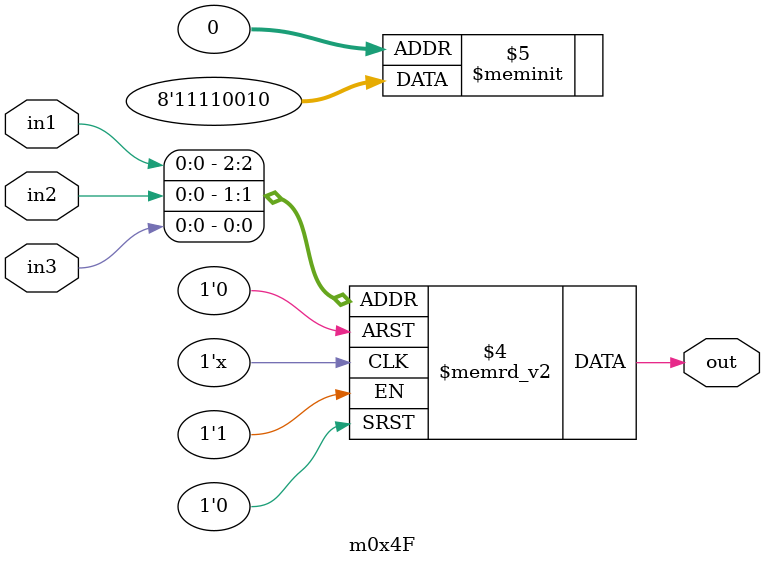
<source format=v>
module m0x4F(output out, input in1, in2, in3);

   always @(in1, in2, in3)
     begin
        case({in1, in2, in3})
          3'b000: {out} = 1'b0;
          3'b001: {out} = 1'b1;
          3'b010: {out} = 1'b0;
          3'b011: {out} = 1'b0;
          3'b100: {out} = 1'b1;
          3'b101: {out} = 1'b1;
          3'b110: {out} = 1'b1;
          3'b111: {out} = 1'b1;
        endcase // case ({in1, in2, in3})
     end // always @ (in1, in2, in3)

endmodule // m0x4F
</source>
